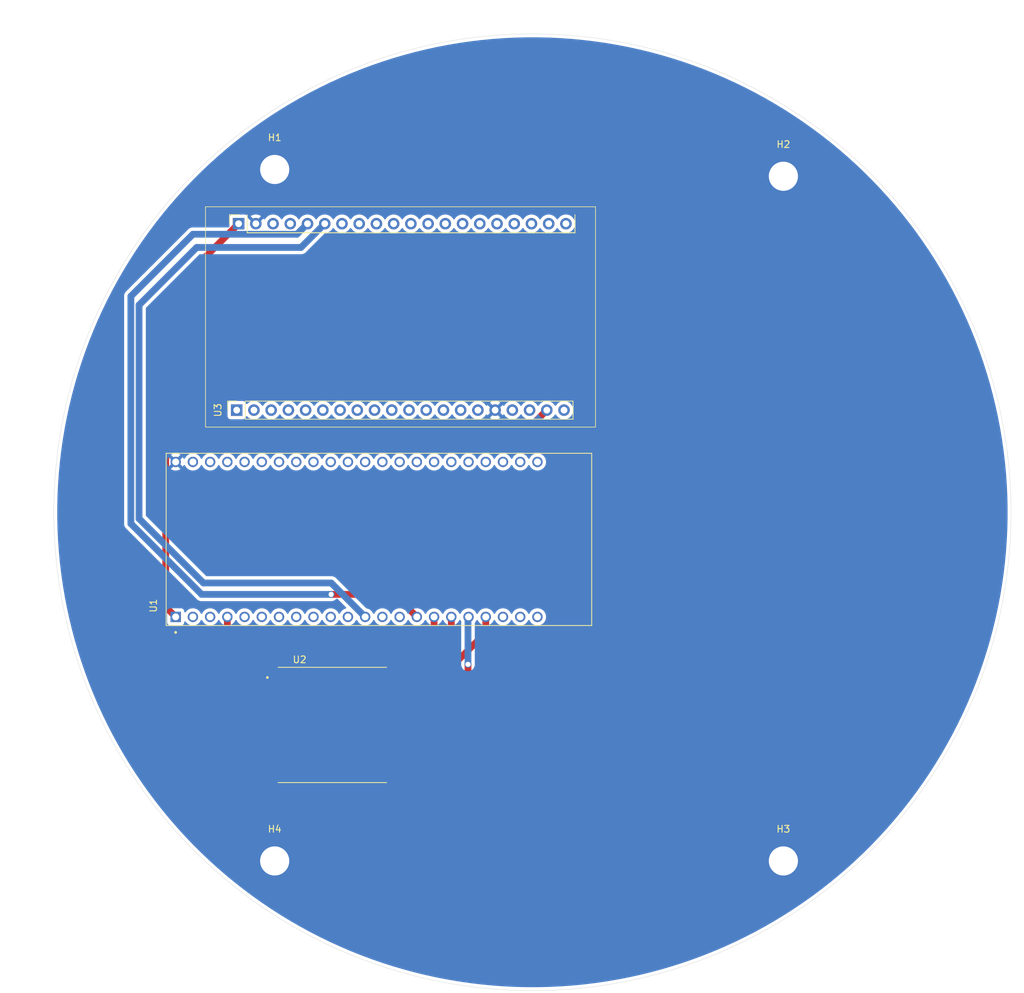
<source format=kicad_pcb>
(kicad_pcb (version 20241229) (generator "pcbnew") (generator_version "9.0")
  (layers (0 "F.Cu" signal) (2 "B.Cu" signal) (13 "F.Paste" user) (15 "B.Paste" user) (5 "F.SilkS" user "F.Silkscreen") (7 "B.SilkS" user "B.Silkscreen") (1 "F.Mask" user) (3 "B.Mask" user) (25 "Edge.Cuts" user))
  (net 0 "")
  (net 3 "+3.3V")
  (net 11 "GPIO13")
  (net 13 "GPIO5")
  (net 25 "GPIO4")
  (net 27 "GPIO12")
  (net 29 "GPIO11")
  (net 31 "GPIO10")
  (net 36 "GND")
  (net 82 "GPIO9")
  (net 83 "GPIO8")
  (footprint "MountingHole:MountingHole_4.3mm_M4_DIN965_Pad" (layer "F.Cu") (at 169 42)
    (property "Reference" "H2" (at 0 -4.7 0) (layer "F.SilkS"))
    (property "Value" "MountingHole_Pad")
    (pad "1" thru_hole circle (at 0 0) (size 7.5 7.5) (drill 4.3) (layers "*.Cu" "*.Mask"))
  )
  (footprint "MountingHole:MountingHole_4.3mm_M4_DIN965_Pad" (layer "F.Cu") (at 94 41)
    (property "Reference" "H1" (at 0 -4.7 0) (layer "F.SilkS"))
    (property "Value" "MountingHole_Pad")
    (pad "1" thru_hole circle (at 0 0) (size 7.5 7.5) (drill 4.3) (layers "*.Cu" "*.Mask"))
  )
  (footprint "ESP32-S3-DEVKITC-1-N8R8:ESP32-S3-DEVKITC-1-N8R8" (layer "F.Cu") (at 109.37 95.57 90)
    (property "Reference" "U1" (at -9.775 -33.255 90) (layer "F.SilkS"))
    (property "Value" "ESP32-S3-DEVKITC-1-N8R8")
    (fp_line (start 12.7 -31.37) (end 12.7 31.37) (stroke (width 0.127)) (layer "F.SilkS"))
    (fp_line (start -12.7 -31.37) (end 12.7 -31.37) (stroke (width 0.127)) (layer "F.SilkS"))
    (fp_line (start 12.7 31.37) (end -12.7 31.37) (stroke (width 0.127)) (layer "F.SilkS"))
    (fp_line (start -12.7 31.37) (end -12.7 -31.37) (stroke (width 0.127)) (layer "F.SilkS"))
    (fp_circle (center -13.716 -29.972) (end -13.616 -29.972) (stroke (width 0.2)) (fill no) (layer "F.SilkS"))
    (pad "J1_1" thru_hole rect (at -11.43 -29.97 90) (size 1.53 1.53) (drill 1.02) (layers "*.Cu" "*.Mask") (net 3 "+3.3V"))
    (pad "J1_2" thru_hole circle (at -11.43 -27.43 90) (size 1.53 1.53) (drill 1.02) (layers "*.Cu" "*.Mask"))
    (pad "J1_3" thru_hole circle (at -11.43 -24.89 90) (size 1.53 1.53) (drill 1.02) (layers "*.Cu" "*.Mask"))
    (pad "J1_4" thru_hole circle (at -11.43 -22.35 90) (size 1.53 1.53) (drill 1.02) (layers "*.Cu" "*.Mask") (net 25 "GPIO4"))
    (pad "J1_5" thru_hole circle (at -11.43 -19.81 90) (size 1.53 1.53) (drill 1.02) (layers "*.Cu" "*.Mask") (net 13 "GPIO5"))
    (pad "J1_6" thru_hole circle (at -11.43 -17.27 90) (size 1.53 1.53) (drill 1.02) (layers "*.Cu" "*.Mask"))
    (pad "J1_7" thru_hole circle (at -11.43 -14.73 90) (size 1.53 1.53) (drill 1.02) (layers "*.Cu" "*.Mask"))
    (pad "J1_8" thru_hole circle (at -11.43 -12.19 90) (size 1.53 1.53) (drill 1.02) (layers "*.Cu" "*.Mask"))
    (pad "J1_9" thru_hole circle (at -11.43 -9.65 90) (size 1.53 1.53) (drill 1.02) (layers "*.Cu" "*.Mask"))
    (pad "J1_10" thru_hole circle (at -11.43 -7.11 90) (size 1.53 1.53) (drill 1.02) (layers "*.Cu" "*.Mask"))
    (pad "J1_11" thru_hole circle (at -11.43 -4.57 90) (size 1.53 1.53) (drill 1.02) (layers "*.Cu" "*.Mask"))
    (pad "J1_12" thru_hole circle (at -11.43 -2.03 90) (size 1.53 1.53) (drill 1.02) (layers "*.Cu" "*.Mask") (net 83 "GPIO8"))
    (pad "J1_13" thru_hole circle (at -11.43 0.51 90) (size 1.53 1.53) (drill 1.02) (layers "*.Cu" "*.Mask"))
    (pad "J1_14" thru_hole circle (at -11.43 3.05 90) (size 1.53 1.53) (drill 1.02) (layers "*.Cu" "*.Mask"))
    (pad "J1_15" thru_hole circle (at -11.43 5.59 90) (size 1.53 1.53) (drill 1.02) (layers "*.Cu" "*.Mask") (net 82 "GPIO9"))
    (pad "J1_16" thru_hole circle (at -11.43 8.13 90) (size 1.53 1.53) (drill 1.02) (layers "*.Cu" "*.Mask") (net 31 "GPIO10"))
    (pad "J1_17" thru_hole circle (at -11.43 10.67 90) (size 1.53 1.53) (drill 1.02) (layers "*.Cu" "*.Mask") (net 29 "GPIO11"))
    (pad "J1_18" thru_hole circle (at -11.43 13.21 90) (size 1.53 1.53) (drill 1.02) (layers "*.Cu" "*.Mask") (net 27 "GPIO12"))
    (pad "J1_19" thru_hole circle (at -11.43 15.75 90) (size 1.53 1.53) (drill 1.02) (layers "*.Cu" "*.Mask") (net 11 "GPIO13"))
    (pad "J1_20" thru_hole circle (at -11.43 18.29 90) (size 1.53 1.53) (drill 1.02) (layers "*.Cu" "*.Mask"))
    (pad "J1_21" thru_hole circle (at -11.43 20.83 90) (size 1.53 1.53) (drill 1.02) (layers "*.Cu" "*.Mask"))
    (pad "J1_22" thru_hole circle (at -11.43 23.37 90) (size 1.53 1.53) (drill 1.02) (layers "*.Cu" "*.Mask"))
    (pad "J3_1" thru_hole circle (at 11.43 -29.97 90) (size 1.53 1.53) (drill 1.02) (layers "*.Cu" "*.Mask") (net 36 "GND"))
    (pad "J3_2" thru_hole circle (at 11.43 -27.43 90) (size 1.53 1.53) (drill 1.02) (layers "*.Cu" "*.Mask"))
    (pad "J3_3" thru_hole circle (at 11.43 -24.89 90) (size 1.53 1.53) (drill 1.02) (layers "*.Cu" "*.Mask"))
    (pad "J3_4" thru_hole circle (at 11.43 -22.35 90) (size 1.53 1.53) (drill 1.02) (layers "*.Cu" "*.Mask"))
    (pad "J3_5" thru_hole circle (at 11.43 -19.81 90) (size 1.53 1.53) (drill 1.02) (layers "*.Cu" "*.Mask"))
    (pad "J3_6" thru_hole circle (at 11.43 -17.27 90) (size 1.53 1.53) (drill 1.02) (layers "*.Cu" "*.Mask"))
    (pad "J3_7" thru_hole circle (at 11.43 -14.73 90) (size 1.53 1.53) (drill 1.02) (layers "*.Cu" "*.Mask"))
    (pad "J3_8" thru_hole circle (at 11.43 -12.19 90) (size 1.53 1.53) (drill 1.02) (layers "*.Cu" "*.Mask"))
    (pad "J3_9" thru_hole circle (at 11.43 -9.65 90) (size 1.53 1.53) (drill 1.02) (layers "*.Cu" "*.Mask"))
    (pad "J3_10" thru_hole circle (at 11.43 -7.11 90) (size 1.53 1.53) (drill 1.02) (layers "*.Cu" "*.Mask"))
    (pad "J3_11" thru_hole circle (at 11.43 -4.57 90) (size 1.53 1.53) (drill 1.02) (layers "*.Cu" "*.Mask"))
    (pad "J3_12" thru_hole circle (at 11.43 -2.03 90) (size 1.53 1.53) (drill 1.02) (layers "*.Cu" "*.Mask"))
    (pad "J3_13" thru_hole circle (at 11.43 0.51 90) (size 1.53 1.53) (drill 1.02) (layers "*.Cu" "*.Mask"))
    (pad "J3_14" thru_hole circle (at 11.43 3.05 90) (size 1.53 1.53) (drill 1.02) (layers "*.Cu" "*.Mask"))
    (pad "J3_15" thru_hole circle (at 11.43 5.59 90) (size 1.53 1.53) (drill 1.02) (layers "*.Cu" "*.Mask"))
    (pad "J3_16" thru_hole circle (at 11.43 8.13 90) (size 1.53 1.53) (drill 1.02) (layers "*.Cu" "*.Mask"))
    (pad "J3_17" thru_hole circle (at 11.43 10.67 90) (size 1.53 1.53) (drill 1.02) (layers "*.Cu" "*.Mask"))
    (pad "J3_18" thru_hole circle (at 11.43 13.21 90) (size 1.53 1.53) (drill 1.02) (layers "*.Cu" "*.Mask"))
    (pad "J3_19" thru_hole circle (at 11.43 15.75 90) (size 1.53 1.53) (drill 1.02) (layers "*.Cu" "*.Mask"))
    (pad "J3_20" thru_hole circle (at 11.43 18.29 90) (size 1.53 1.53) (drill 1.02) (layers "*.Cu" "*.Mask"))
    (pad "J3_21" thru_hole circle (at 11.43 20.83 90) (size 1.53 1.53) (drill 1.02) (layers "*.Cu" "*.Mask"))
    (pad "J3_22" thru_hole circle (at 11.43 23.37 90) (size 1.53 1.53) (drill 1.02) (layers "*.Cu" "*.Mask"))
  )
  (footprint "RA-02_LORA:MODULE_RA-02_LORA" (layer "F.Cu") (at 102.5 122.94)
    (property "Reference" "U2" (at -4.825 -9.635 0) (layer "F.SilkS"))
    (property "Value" "RA-02_LORA")
    (fp_line (start -8 -8.5) (end 8 -8.5) (stroke (width 0.127)) (layer "F.SilkS"))
    (fp_line (start -8 8.5) (end 8 8.5) (stroke (width 0.127)) (layer "F.SilkS"))
    (fp_circle (center -9.576 -7) (end -9.476 -7) (stroke (width 0.2)) (fill no) (layer "F.SilkS"))
    (pad "1" smd rect (at -7.6 -7) (size 2.8 1.1) (layers "F.Cu" "F.Mask" "F.Paste") (net 36 "GND"))
    (pad "2" smd rect (at -7.7 -5) (size 2.6 1.1) (layers "F.Cu" "F.Mask" "F.Paste") (net 36 "GND"))
    (pad "3" smd rect (at -7.7 -3) (size 2.6 1.1) (layers "F.Cu" "F.Mask" "F.Paste") (net 3 "+3.3V"))
    (pad "4" smd rect (at -7.7 -1) (size 2.6 1.1) (layers "F.Cu" "F.Mask" "F.Paste") (net 25 "GPIO4"))
    (pad "5" smd rect (at -7.7 1) (size 2.6 1.1) (layers "F.Cu" "F.Mask" "F.Paste") (net 13 "GPIO5"))
    (pad "6" smd rect (at -7.7 3) (size 2.6 1.1) (layers "F.Cu" "F.Mask" "F.Paste"))
    (pad "7" smd rect (at -7.7 5) (size 2.6 1.1) (layers "F.Cu" "F.Mask" "F.Paste"))
    (pad "8" smd rect (at -7.7 7) (size 2.6 1.1) (layers "F.Cu" "F.Mask" "F.Paste"))
    (pad "9" smd rect (at 7.7 7) (size 2.6 1.1) (layers "F.Cu" "F.Mask" "F.Paste") (net 36 "GND"))
    (pad "10" smd rect (at 7.7 5) (size 2.6 1.1) (layers "F.Cu" "F.Mask" "F.Paste"))
    (pad "11" smd rect (at 7.7 3) (size 2.6 1.1) (layers "F.Cu" "F.Mask" "F.Paste"))
    (pad "12" smd rect (at 7.7 1) (size 2.6 1.1) (layers "F.Cu" "F.Mask" "F.Paste") (net 27 "GPIO12"))
    (pad "13" smd rect (at 7.7 -1) (size 2.6 1.1) (layers "F.Cu" "F.Mask" "F.Paste") (net 11 "GPIO13"))
    (pad "14" smd rect (at 7.7 -3) (size 2.6 1.1) (layers "F.Cu" "F.Mask" "F.Paste") (net 29 "GPIO11"))
    (pad "15" smd rect (at 7.7 -5) (size 2.6 1.1) (layers "F.Cu" "F.Mask" "F.Paste") (net 31 "GPIO10"))
    (pad "16" smd rect (at 7.7 -7) (size 2.6 1.1) (layers "F.Cu" "F.Mask" "F.Paste") (net 36 "GND"))
  )
  (footprint "Connector_PinSocket_2.54mm:UWB_Female_Headers" (layer "F.Cu") (at 86.3 76.5 90)
    (property "Reference" "U3" (at 0 -0.67 90) (layer "F.SilkS"))
    (property "Value" "~")
    (fp_line (start 1.33 0.77) (end 1.33 2.1) (stroke (width 0.12)) (layer "F.SilkS"))
    (fp_line (start 0 0.77) (end 1.33 0.77) (stroke (width 0.12)) (layer "F.SilkS"))
    (fp_line (start 28.83 1.05) (end 28.83 2.38) (stroke (width 0.12)) (layer "F.SilkS"))
    (fp_line (start 27.5 1.05) (end 28.83 1.05) (stroke (width 0.12)) (layer "F.SilkS"))
    (fp_line (start 1.33 3.37) (end 1.33 51.69) (stroke (width 0.12)) (layer "F.SilkS"))
    (fp_line (start -1.33 3.37) (end 1.33 3.37) (stroke (width 0.12)) (layer "F.SilkS"))
    (fp_line (start -1.33 3.37) (end -1.33 51.69) (stroke (width 0.12)) (layer "F.SilkS"))
    (fp_line (start 26.17 3.65) (end 28.83 3.65) (stroke (width 0.12)) (layer "F.SilkS"))
    (fp_line (start 26.17 3.65) (end 26.17 51.97) (stroke (width 0.12)) (layer "F.SilkS"))
    (fp_line (start 26.17 3.65) (end 26.17 51.97) (stroke (width 0.12)) (layer "F.SilkS"))
    (fp_line (start -1.33 51.69) (end 1.33 51.69) (stroke (width 0.12)) (layer "F.SilkS"))
    (fp_line (start 26.17 51.97) (end 28.83 51.97) (stroke (width 0.12)) (layer "F.SilkS"))
    (fp_rect (start -2.5 -2.5) (end 30 55) (stroke (width 0.1)) (fill no) (layer "F.SilkS"))
    (pad "1" thru_hole rect (at 0 2.1 90) (size 1.7 1.7) (drill 1) (layers "*.Cu" "*.Mask"))
    (pad "2" thru_hole circle (at 0 4.64 90) (size 1.7 1.7) (drill 1) (layers "*.Cu" "*.Mask"))
    (pad "3" thru_hole circle (at 0 7.18 90) (size 1.7 1.7) (drill 1) (layers "*.Cu" "*.Mask"))
    (pad "4" thru_hole circle (at 0 9.72 90) (size 1.7 1.7) (drill 1) (layers "*.Cu" "*.Mask"))
    (pad "5" thru_hole circle (at 0 12.26 90) (size 1.7 1.7) (drill 1) (layers "*.Cu" "*.Mask"))
    (pad "6" thru_hole circle (at 0 14.8 90) (size 1.7 1.7) (drill 1) (layers "*.Cu" "*.Mask"))
    (pad "7" thru_hole circle (at 0 17.34 90) (size 1.7 1.7) (drill 1) (layers "*.Cu" "*.Mask"))
    (pad "8" thru_hole circle (at 0 19.88 90) (size 1.7 1.7) (drill 1) (layers "*.Cu" "*.Mask"))
    (pad "9" thru_hole circle (at 0 22.42 90) (size 1.7 1.7) (drill 1) (layers "*.Cu" "*.Mask"))
    (pad "10" thru_hole circle (at 0 24.96 90) (size 1.7 1.7) (drill 1) (layers "*.Cu" "*.Mask"))
    (pad "11" thru_hole circle (at 0 27.5 90) (size 1.7 1.7) (drill 1) (layers "*.Cu" "*.Mask"))
    (pad "12" thru_hole circle (at 0 30.04 90) (size 1.7 1.7) (drill 1) (layers "*.Cu" "*.Mask"))
    (pad "13" thru_hole circle (at 0 32.58 90) (size 1.7 1.7) (drill 1) (layers "*.Cu" "*.Mask"))
    (pad "14" thru_hole circle (at 0 35.12 90) (size 1.7 1.7) (drill 1) (layers "*.Cu" "*.Mask"))
    (pad "15" thru_hole circle (at 0 37.66 90) (size 1.7 1.7) (drill 1) (layers "*.Cu" "*.Mask"))
    (pad "16" thru_hole circle (at 0 40.2 90) (size 1.7 1.7) (drill 1) (layers "*.Cu" "*.Mask") (net 36 "GND"))
    (pad "17" thru_hole circle (at 0 42.74 90) (size 1.7 1.7) (drill 1) (layers "*.Cu" "*.Mask"))
    (pad "18" thru_hole circle (at 0 45.28 90) (size 1.7 1.7) (drill 1) (layers "*.Cu" "*.Mask"))
    (pad "19" thru_hole circle (at 0 47.82 90) (size 1.7 1.7) (drill 1) (layers "*.Cu" "*.Mask") (net 3 "+3.3V"))
    (pad "20" thru_hole circle (at 0 50.36 90) (size 1.7 1.7) (drill 1) (layers "*.Cu" "*.Mask"))
    (pad "21" thru_hole rect (at 27.5 2.38 90) (size 1.7 1.7) (drill 1) (layers "*.Cu" "*.Mask") (net 3 "+3.3V"))
    (pad "22" thru_hole circle (at 27.5 4.92 90) (size 1.7 1.7) (drill 1) (layers "*.Cu" "*.Mask") (net 36 "GND"))
    (pad "23" thru_hole circle (at 27.5 7.46 90) (size 1.7 1.7) (drill 1) (layers "*.Cu" "*.Mask"))
    (pad "24" thru_hole circle (at 27.5 10 90) (size 1.7 1.7) (drill 1) (layers "*.Cu" "*.Mask"))
    (pad "25" thru_hole circle (at 27.5 12.54 90) (size 1.7 1.7) (drill 1) (layers "*.Cu" "*.Mask") (net 82 "GPIO9"))
    (pad "26" thru_hole circle (at 27.5 15.08 90) (size 1.7 1.7) (drill 1) (layers "*.Cu" "*.Mask") (net 83 "GPIO8"))
    (pad "27" thru_hole circle (at 27.5 17.62 90) (size 1.7 1.7) (drill 1) (layers "*.Cu" "*.Mask"))
    (pad "28" thru_hole circle (at 27.5 20.16 90) (size 1.7 1.7) (drill 1) (layers "*.Cu" "*.Mask"))
    (pad "29" thru_hole circle (at 27.5 22.7 90) (size 1.7 1.7) (drill 1) (layers "*.Cu" "*.Mask"))
    (pad "30" thru_hole circle (at 27.5 25.24 90) (size 1.7 1.7) (drill 1) (layers "*.Cu" "*.Mask"))
    (pad "31" thru_hole circle (at 27.5 27.78 90) (size 1.7 1.7) (drill 1) (layers "*.Cu" "*.Mask"))
    (pad "32" thru_hole circle (at 27.5 30.32 90) (size 1.7 1.7) (drill 1) (layers "*.Cu" "*.Mask"))
    (pad "33" thru_hole circle (at 27.5 32.86 90) (size 1.7 1.7) (drill 1) (layers "*.Cu" "*.Mask"))
    (pad "34" thru_hole circle (at 27.5 35.4 90) (size 1.7 1.7) (drill 1) (layers "*.Cu" "*.Mask"))
    (pad "35" thru_hole circle (at 27.5 37.94 90) (size 1.7 1.7) (drill 1) (layers "*.Cu" "*.Mask"))
    (pad "36" thru_hole circle (at 27.5 40.48 90) (size 1.7 1.7) (drill 1) (layers "*.Cu" "*.Mask"))
    (pad "37" thru_hole circle (at 27.5 43.02 90) (size 1.7 1.7) (drill 1) (layers "*.Cu" "*.Mask"))
    (pad "38" thru_hole circle (at 27.5 45.56 90) (size 1.7 1.7) (drill 1) (layers "*.Cu" "*.Mask"))
    (pad "39" thru_hole circle (at 27.5 48.1 90) (size 1.7 1.7) (drill 1) (layers "*.Cu" "*.Mask"))
    (pad "40" thru_hole circle (at 27.5 50.64 90) (size 1.7 1.7) (drill 1) (layers "*.Cu" "*.Mask"))
  )
  (footprint "MountingHole:MountingHole_4.3mm_M4_DIN965_Pad" (layer "F.Cu") (at 169 143)
    (property "Reference" "H3" (at 0 -4.7 0) (layer "F.SilkS"))
    (property "Value" "MountingHole_Pad")
    (pad "1" thru_hole circle (at 0 0) (size 7.5 7.5) (drill 4.3) (layers "*.Cu" "*.Mask"))
  )
  (footprint "MountingHole:MountingHole_4.3mm_M4_DIN965_Pad" (layer "F.Cu") (at 94 143)
    (property "Reference" "H4" (at 0 -4.7 0) (layer "F.SilkS"))
    (property "Value" "MountingHole_Pad")
    (pad "1" thru_hole circle (at 0 0) (size 7.5 7.5) (drill 4.3) (layers "*.Cu" "*.Mask"))
  )
  (gr_circle (center 132 91.563801) (end 129 21.063801) (stroke (width 0.05)) (fill no) (layer "Edge.Cuts"))
  (segment (start 77.934 82) (end 77.934 59.746) (width 1) (layer "F.Cu") (net 3))
  (segment (start 78 82) (end 80 80) (width 1) (layer "F.Cu") (net 3))
  (segment (start 79.4 107) (end 77.934 105.534) (width 1) (layer "F.Cu") (net 3))
  (segment (start 80 80) (end 130.62 80) (width 1) (layer "F.Cu") (net 3))
  (segment (start 77.934 59.746) (end 88.68 49) (width 1) (layer "F.Cu") (net 3))
  (segment (start 77.934 105.534) (end 77.934 82) (width 1) (layer "F.Cu") (net 3))
  (segment (start 77.934 82) (end 78 82) (width 1) (layer "F.Cu") (net 3))
  (segment (start 130.62 80) (end 134.12 76.5) (width 1) (layer "F.Cu") (net 3))
  (segment (start 125.12 109.32) (end 125.12 107) (width 1) (layer "F.Cu") (net 11))
  (segment (start 112.5 121.94) (end 125.12 109.32) (width 1) (layer "F.Cu") (net 11))
  (segment (start 110.2 121.94) (end 112.5 121.94) (width 1) (layer "F.Cu") (net 11))
  (segment (start 87.02 116.46) (end 87.02 107) (width 1) (layer "F.Cu") (net 25))
  (segment (start 92.5 121.94) (end 87.02 116.46) (width 1) (layer "F.Cu") (net 25))
  (segment (start 94.8 121.94) (end 92.5 121.94) (width 1) (layer "F.Cu") (net 25))
  (segment (start 122.5 116) (end 122.5 114) (width 1) (layer "F.Cu") (net 27))
  (segment (start 114.56 123.94) (end 122.5 116) (width 1) (layer "F.Cu") (net 27))
  (segment (start 110.2 123.94) (end 114.56 123.94) (width 1) (layer "F.Cu") (net 27))
  (via (at 122.5 114) (size 0.75) (drill 0.75) (layers "F.Cu" "B.Cu") (net 27))
  (segment (start 122.5 114) (end 122.5 107.08) (width 1) (layer "B.Cu") (net 27))
  (segment (start 122.5 107.08) (end 122.58 107) (width 1) (layer "B.Cu") (net 27))
  (segment (start 112.5 119.94) (end 120.04 112.4) (width 1) (layer "F.Cu") (net 29))
  (segment (start 110.2 119.94) (end 112.5 119.94) (width 1) (layer "F.Cu") (net 29))
  (segment (start 120.04 112.4) (end 120.04 107) (width 1) (layer "F.Cu") (net 29))
  (segment (start 110.2 117.94) (end 112.5 117.94) (width 1) (layer "F.Cu") (net 31))
  (segment (start 117.5 112.94) (end 117.5 107) (width 1) (layer "F.Cu") (net 31))
  (segment (start 112.5 117.94) (end 117.5 112.94) (width 1) (layer "F.Cu") (net 31))
  (segment (start 111.639235 103.679235) (end 114.96 107) (width 1) (layer "F.Cu") (net 82))
  (segment (start 102.320765 103.679235) (end 111.639235 103.679235) (width 1) (layer "F.Cu") (net 82))
  (via (at 102.320765 103.679235) (size 0.75) (drill 0.75) (layers "F.Cu" "B.Cu") (net 82))
  (segment (start 83.232473 103.679235) (end 102.320765 103.679235) (width 1) (layer "B.Cu") (net 82))
  (segment (start 72.799001 93.245763) (end 83.232473 103.679235) (width 1) (layer "B.Cu") (net 82))
  (segment (start 80.5 52) (end 72.799001 59.700999) (width 1) (layer "B.Cu") (net 82))
  (segment (start 98.84 49) (end 97.289 50.551) (width 1) (layer "B.Cu") (net 82))
  (segment (start 81.949 50.551) (end 80.5 52) (width 1) (layer "B.Cu") (net 82))
  (segment (start 72.799001 59.700999) (end 72.799001 93.245763) (width 1) (layer "B.Cu") (net 82))
  (segment (start 97.289 50.551) (end 81.949 50.551) (width 1) (layer "B.Cu") (net 82))
  (segment (start 74 92.5) (end 83.5 102) (width 1) (layer "B.Cu") (net 83))
  (segment (start 83.5 102) (end 102.34 102) (width 1) (layer "B.Cu") (net 83))
  (segment (start 74 61) (end 74 92.5) (width 1) (layer "B.Cu") (net 83))
  (segment (start 101.38 49) (end 97.88 52.5) (width 1) (layer "B.Cu") (net 83))
  (segment (start 82.5 52.5) (end 74 61) (width 1) (layer "B.Cu") (net 83))
  (segment (start 102.34 102) (end 107.34 107) (width 1) (layer "B.Cu") (net 83))
  (segment (start 97.88 52.5) (end 82.5 52.5) (width 1) (layer "B.Cu") (net 83))
  (zone (net 36) (net_name "GND") (layer "B.Cu") (connect_pads (clearance 0.5)) (min_thickness 0.25) (fill yes (thermal_gap 0.5) (thermal_bridge_width 0.5))
    (polygon (pts (xy 54 16) (xy 53.5 161) (xy 204.5 162.5) (xy 204.5 17)))
  )
)
</source>
